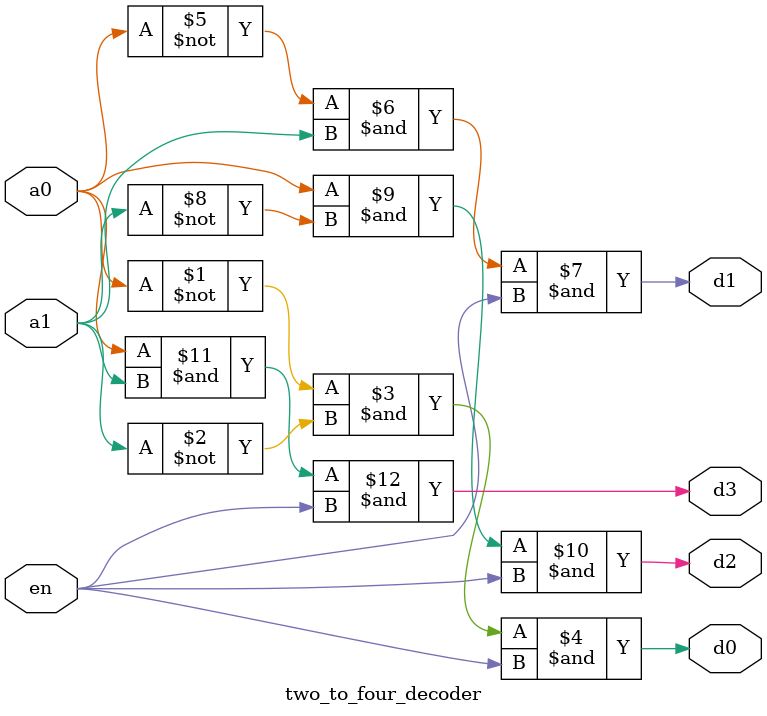
<source format=v>
module two_to_four_decoder(en,a0,a1,d0,d1,d2,d3);
input a0,a1,en;
output d0,d1,d2,d3;

assign d0 = (~a0)& (~a1) & en;
assign d1 = (~a0)& (a1)  & en;
assign d2 = (a0)& (~a1)  & en;
assign d3 = (a0)& (a1)   & en;

endmodule
</source>
